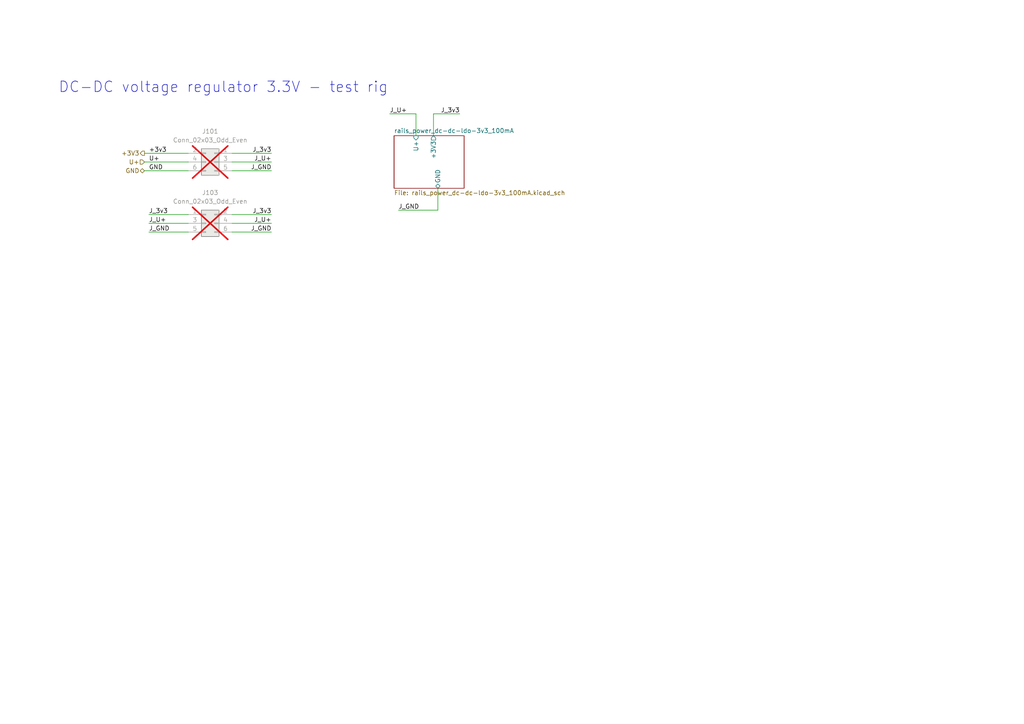
<source format=kicad_sch>
(kicad_sch (version 20231120) (generator "eeschema") (generator_version "8.0")
  (paper "A4")
  (title_block (title "xDuinoRail - LocDecoder - Development Kit") (date "2024-10-09") (rev "v0.2") (company "Chatelain Engineering, Bern - CH"))
  (lib_symbols
    (symbol "Connector_Generic:Conn_02x03_Odd_Even" (pin_names (offset 1.016) hide)
      (property "Reference" "J" (at 1.27 5.08 0))
      (property "Value" "Conn_02x03_Odd_Even" (at 1.27 -5.08 0))
      (symbol "Conn_02x03_Odd_Even_1_1"
        (rectangle (start -1.27 -2.413) (end 0 -2.667) (stroke (width 0.1524)))
        (rectangle (start -1.27 0.127) (end 0 -0.127) (stroke (width 0.1524)))
        (rectangle (start -1.27 2.667) (end 0 2.413) (stroke (width 0.1524)))
        (rectangle (start -1.27 3.81) (end 3.81 -3.81) (stroke (width 0.254)) (fill (type background)))
        (rectangle (start 3.81 -2.413) (end 2.54 -2.667) (stroke (width 0.1524)))
        (rectangle (start 3.81 0.127) (end 2.54 -0.127) (stroke (width 0.1524)))
        (rectangle (start 3.81 2.667) (end 2.54 2.413) (stroke (width 0.1524)))
        (pin passive line (at -5.08 2.54 0) (length 3.81) (name "Pin_1") (number "1"))
        (pin passive line (at 7.62 2.54 180) (length 3.81) (name "Pin_2") (number "2"))
        (pin passive line (at -5.08 0 0) (length 3.81) (name "Pin_3") (number "3"))
        (pin passive line (at 7.62 0 180) (length 3.81) (name "Pin_4") (number "4"))
        (pin passive line (at -5.08 -2.54 0) (length 3.81) (name "Pin_5") (number "5"))
        (pin passive line (at 7.62 -2.54 180) (length 3.81) (name "Pin_6") (number "6"))
      )
    )
  )
  (wire (pts (xy 67.31 67.31) (xy 78.74 67.31)))
  (wire (pts (xy 67.31 64.77) (xy 78.74 64.77)))
  (wire (pts (xy 127 54.61) (xy 127 60.96)))
  (wire (pts (xy 54.61 64.77) (xy 43.18 64.77)))
  (wire (pts (xy 67.31 46.99) (xy 78.74 46.99)))
  (wire (pts (xy 115.57 60.96) (xy 127 60.96)))
  (wire (pts (xy 41.91 44.45) (xy 54.61 44.45)))
  (wire (pts (xy 125.73 33.02) (xy 125.73 39.37)))
  (wire (pts (xy 125.73 33.02) (xy 133.35 33.02)))
  (wire (pts (xy 54.61 62.23) (xy 43.18 62.23)))
  (wire (pts (xy 41.91 46.99) (xy 54.61 46.99)))
  (wire (pts (xy 67.31 62.23) (xy 78.74 62.23)))
  (wire (pts (xy 120.65 33.02) (xy 120.65 39.37)))
  (wire (pts (xy 41.91 49.53) (xy 54.61 49.53)))
  (wire (pts (xy 67.31 44.45) (xy 78.74 44.45)))
  (wire (pts (xy 67.31 49.53) (xy 78.74 49.53)))
  (wire (pts (xy 113.03 33.02) (xy 120.65 33.02)))
  (wire (pts (xy 54.61 67.31) (xy 43.18 67.31)))
  (text "DC-DC voltage regulator 3.3V - test rig\n" (at 64.77 25.4 0) (effects (font (size 3.048 3.048))))
  (label "U+" (at 43.18 46.99 0))
  (label "J_GND" (at 78.74 49.53 180))
  (label "J_GND" (at 43.18 67.31 0))
  (label "J_U+" (at 113.03 33.02 0))
  (label "GND" (at 43.18 49.53 0))
  (label "J_U+" (at 43.18 64.77 0))
  (label "J_3v3" (at 43.18 62.23 0))
  (label "J_GND" (at 115.57 60.96 0))
  (label "J_3v3" (at 133.35 33.02 180))
  (label "J_3v3" (at 78.74 44.45 180))
  (label "J_GND" (at 78.74 67.31 180))
  (label "J_3v3" (at 78.74 62.23 180))
  (label "J_U+" (at 78.74 64.77 180))
  (label "+3v3" (at 43.18 44.45 0))
  (label "J_U+" (at 78.74 46.99 180))
  (hierarchical_label "+3V3" (shape output) (at 41.91 44.45 180))
  (hierarchical_label "GND" (shape bidirectional) (at 41.91 49.53 180))
  (hierarchical_label "U+" (shape input) (at 41.91 46.99 180))
  (symbol (lib_id "Connector_Generic:Conn_02x03_Odd_Even") (at 59.69 64.77 0) (unit 1) (exclude_from_sim yes) (in_bom no) (dnp yes)
    (property "Reference" "J103" (at 60.96 55.88 0))
    (property "Value" "Conn_02x03_Odd_Even" (at 60.96 58.42 0))
    (property "Footprint" "xDuinoRail:PinHeaderJP_2x03_P2.54mm_Vertical" (effects (hide yes)))
    (property "Description" "Generic connector, double row, 02x03, odd/even pin numbering scheme (row 1 odd numbers, row 2 even numbers), script generated (kicad-library-utils/schlib/autogen/connector/)" (effects (hide yes)))
  )
  (symbol (lib_id "Connector_Generic:Conn_02x03_Odd_Even") (at 62.23 46.99 0) (mirror y) (unit 1) (exclude_from_sim yes) (in_bom no) (dnp yes)
    (property "Reference" "J101" (at 60.96 38.1 0))
    (property "Value" "Conn_02x03_Odd_Even" (at 60.96 40.64 0))
    (property "Footprint" "xDuinoRail:PinHeaderJP_2x03_P2.54mm_Vertical" (effects (hide yes)))
    (property "Description" "Generic connector, double row, 02x03, odd/even pin numbering scheme (row 1 odd numbers, row 2 even numbers), script generated (kicad-library-utils/schlib/autogen/connector/)" (effects (hide yes)))
  )
  (sheet (at 114.3 39.37) (size 20.32 15.24) (stroke (width 0.1524))
    (property "Sheetname" "rails_power_dc-dc-ldo-3v3_100mA" (at 114.3 38.6584 0) (effects (justify left bottom)))
    (property "Sheetfile" "rails_power_dc-dc-ldo-3v3_100mA.kicad_sch" (at 114.3 55.1946 0) (effects (justify left top)))
    (pin "U+" input (at 120.65 39.37 90))
    (pin "GND" bidirectional (at 127 54.61 270))
    (pin "+3V3" output (at 125.73 39.37 90))
  )
)
</source>
